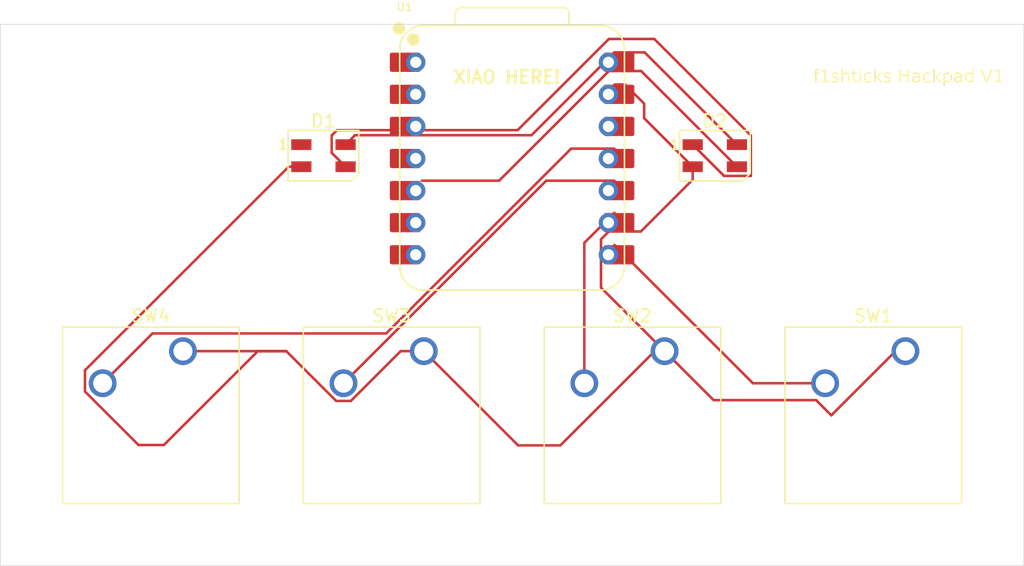
<source format=kicad_pcb>
(kicad_pcb (version 20241229) (generator "pcbnew") (generator_version "9.0")
  (layers (0 "F.Cu" signal) (2 "B.Cu" signal) (13 "F.Paste" user) (15 "B.Paste" user) (5 "F.SilkS" user "F.Silkscreen") (7 "B.SilkS" user "B.Silkscreen") (1 "F.Mask" user) (3 "B.Mask" user) (25 "Edge.Cuts" user))
  (net 0 "")
  (net 1 "+5V")
  (net 3 "Net-(D1-DIN)")
  (net 4 "GND")
  (net 5 "Net-(D2-DIN)")
  (net 6 "Net-(U1-GPIO1{slash}RX)")
  (net 7 "Net-(U1-GPIO2{slash}SCK)")
  (net 8 "Net-(U1-GPIO4{slash}MISO)")
  (net 9 "Net-(U1-GPIO3{slash}MOSI)")
  (footprint "Button_Switch_Keyboard:SW_Cherry_MX_1.00u_PCB" (layer "F.Cu") (at 181.13375 109.22)
    (property "Reference" "SW1" (at -2.54 -2.794 0) (layer "F.SilkS"))
    (property "Value" "SW_Push")
    (fp_line (start -9.525 -1.905) (end 4.445 -1.905) (stroke (width 0.12)) (layer "F.SilkS"))
    (fp_line (start -9.525 12.065) (end -9.525 -1.905) (stroke (width 0.12)) (layer "F.SilkS"))
    (fp_line (start 4.445 -1.905) (end 4.445 12.065) (stroke (width 0.12)) (layer "F.SilkS"))
    (fp_line (start 4.445 12.065) (end -9.525 12.065) (stroke (width 0.12)) (layer "F.SilkS"))
    (pad "" np_thru_hole circle (at -7.62 5.08) (size 1.7 1.7) (drill 1.7) (layers "*.Cu" "*.Mask"))
    (pad "" np_thru_hole circle (at -2.54 5.08) (size 4 4) (drill 4) (layers "*.Cu" "*.Mask"))
    (pad "" np_thru_hole circle (at 2.54 5.08) (size 1.7 1.7) (drill 1.7) (layers "*.Cu" "*.Mask"))
    (pad "1" thru_hole circle (at 0 0) (size 2.2 2.2) (drill 1.5) (layers "*.Cu" "*.Mask") (net 4 "GND"))
    (pad "2" thru_hole circle (at -6.35 2.54) (size 2.2 2.2) (drill 1.5) (layers "*.Cu" "*.Mask") (net 6 "Net-(U1-GPIO1{slash}RX)"))
  )
  (footprint "Button_Switch_Keyboard:SW_Cherry_MX_1.00u_PCB" (layer "F.Cu") (at 143.03375 109.22)
    (property "Reference" "SW3" (at -2.54 -2.794 0) (layer "F.SilkS"))
    (property "Value" "SW_Push")
    (fp_line (start -9.525 -1.905) (end 4.445 -1.905) (stroke (width 0.12)) (layer "F.SilkS"))
    (fp_line (start -9.525 12.065) (end -9.525 -1.905) (stroke (width 0.12)) (layer "F.SilkS"))
    (fp_line (start 4.445 -1.905) (end 4.445 12.065) (stroke (width 0.12)) (layer "F.SilkS"))
    (fp_line (start 4.445 12.065) (end -9.525 12.065) (stroke (width 0.12)) (layer "F.SilkS"))
    (pad "" np_thru_hole circle (at -7.62 5.08) (size 1.7 1.7) (drill 1.7) (layers "*.Cu" "*.Mask"))
    (pad "" np_thru_hole circle (at -2.54 5.08) (size 4 4) (drill 4) (layers "*.Cu" "*.Mask"))
    (pad "" np_thru_hole circle (at 2.54 5.08) (size 1.7 1.7) (drill 1.7) (layers "*.Cu" "*.Mask"))
    (pad "1" thru_hole circle (at 0 0) (size 2.2 2.2) (drill 1.5) (layers "*.Cu" "*.Mask") (net 4 "GND"))
    (pad "2" thru_hole circle (at -6.35 2.54) (size 2.2 2.2) (drill 1.5) (layers "*.Cu" "*.Mask") (net 8 "Net-(U1-GPIO4{slash}MISO)"))
  )
  (footprint "LED_SMD:LED_SK6812MINI_PLCC4_3.5x3.5mm_P1.75mm" (layer "F.Cu") (at 135.1 93.74375)
    (property "Reference" "D1" (at 0 -2.75 0) (layer "F.SilkS"))
    (property "Value" "SK6812MINI")
    (fp_line (start -2.8 -2) (end -2.8 2) (stroke (width 0.12)) (layer "F.SilkS"))
    (fp_line (start -2.8 -2) (end 2.8 -2) (stroke (width 0.12)) (layer "F.SilkS"))
    (fp_line (start -2.8 2) (end 2.2 2) (stroke (width 0.12)) (layer "F.SilkS"))
    (fp_line (start 2.8 1.4) (end 2.2 2) (stroke (width 0.12)) (layer "F.SilkS"))
    (fp_line (start 2.8 1.4) (end 2.8 -2) (stroke (width 0.12)) (layer "F.SilkS"))
    (fp_text user "1" (at -3.2 -0.875 0) (layer "F.SilkS") (effects (font (size 0.8 0.8))))
    (pad "1" smd rect (at -1.75 -0.875) (size 1.6 0.85) (layers "F.Cu" "F.Mask" "F.Paste"))
    (pad "2" smd rect (at -1.75 0.875) (size 1.6 0.85) (layers "F.Cu" "F.Mask" "F.Paste") (net 4 "GND"))
    (pad "3" smd rect (at 1.75 0.875) (size 1.6 0.85) (layers "F.Cu" "F.Mask" "F.Paste") (net 3 "Net-(D1-DIN)"))
    (pad "4" smd rect (at 1.75 -0.875) (size 1.6 0.85) (layers "F.Cu" "F.Mask" "F.Paste") (net 1 "+5V"))
  )
  (footprint "LED_SMD:LED_SK6812MINI_PLCC4_3.5x3.5mm_P1.75mm" (layer "F.Cu") (at 166.05625 93.74375)
    (property "Reference" "D2" (at 0 -2.75 0) (layer "F.SilkS"))
    (property "Value" "SK6812MINI")
    (fp_line (start -2.8 -2) (end -2.8 2) (stroke (width 0.12)) (layer "F.SilkS"))
    (fp_line (start -2.8 -2) (end 2.8 -2) (stroke (width 0.12)) (layer "F.SilkS"))
    (fp_line (start -2.8 2) (end 2.2 2) (stroke (width 0.12)) (layer "F.SilkS"))
    (fp_line (start 2.8 1.4) (end 2.2 2) (stroke (width 0.12)) (layer "F.SilkS"))
    (fp_line (start 2.8 1.4) (end 2.8 -2) (stroke (width 0.12)) (layer "F.SilkS"))
    (fp_text user "1" (at -3.2 -0.875 0) (layer "F.SilkS") (effects (font (size 0.8 0.8))))
    (pad "1" smd rect (at -1.75 -0.875) (size 1.6 0.85) (layers "F.Cu" "F.Mask" "F.Paste") (net 3 "Net-(D1-DIN)"))
    (pad "2" smd rect (at -1.75 0.875) (size 1.6 0.85) (layers "F.Cu" "F.Mask" "F.Paste") (net 4 "GND"))
    (pad "3" smd rect (at 1.75 0.875) (size 1.6 0.85) (layers "F.Cu" "F.Mask" "F.Paste") (net 5 "Net-(D2-DIN)"))
    (pad "4" smd rect (at 1.75 -0.875) (size 1.6 0.85) (layers "F.Cu" "F.Mask" "F.Paste") (net 1 "+5V"))
  )
  (footprint "Button_Switch_Keyboard:SW_Cherry_MX_1.00u_PCB" (layer "F.Cu") (at 123.98375 109.22)
    (property "Reference" "SW4" (at -2.54 -2.794 0) (layer "F.SilkS"))
    (property "Value" "SW_Push")
    (fp_line (start -9.525 -1.905) (end 4.445 -1.905) (stroke (width 0.12)) (layer "F.SilkS"))
    (fp_line (start -9.525 12.065) (end -9.525 -1.905) (stroke (width 0.12)) (layer "F.SilkS"))
    (fp_line (start 4.445 -1.905) (end 4.445 12.065) (stroke (width 0.12)) (layer "F.SilkS"))
    (fp_line (start 4.445 12.065) (end -9.525 12.065) (stroke (width 0.12)) (layer "F.SilkS"))
    (pad "" np_thru_hole circle (at -7.62 5.08) (size 1.7 1.7) (drill 1.7) (layers "*.Cu" "*.Mask"))
    (pad "" np_thru_hole circle (at -2.54 5.08) (size 4 4) (drill 4) (layers "*.Cu" "*.Mask"))
    (pad "" np_thru_hole circle (at 2.54 5.08) (size 1.7 1.7) (drill 1.7) (layers "*.Cu" "*.Mask"))
    (pad "1" thru_hole circle (at 0 0) (size 2.2 2.2) (drill 1.5) (layers "*.Cu" "*.Mask") (net 4 "GND"))
    (pad "2" thru_hole circle (at -6.35 2.54) (size 2.2 2.2) (drill 1.5) (layers "*.Cu" "*.Mask") (net 9 "Net-(U1-GPIO3{slash}MOSI)"))
  )
  (footprint "Button_Switch_Keyboard:SW_Cherry_MX_1.00u_PCB" (layer "F.Cu") (at 162.08375 109.22)
    (property "Reference" "SW2" (at -2.54 -2.794 0) (layer "F.SilkS"))
    (property "Value" "SW_Push")
    (fp_line (start -9.525 -1.905) (end 4.445 -1.905) (stroke (width 0.12)) (layer "F.SilkS"))
    (fp_line (start -9.525 12.065) (end -9.525 -1.905) (stroke (width 0.12)) (layer "F.SilkS"))
    (fp_line (start 4.445 -1.905) (end 4.445 12.065) (stroke (width 0.12)) (layer "F.SilkS"))
    (fp_line (start 4.445 12.065) (end -9.525 12.065) (stroke (width 0.12)) (layer "F.SilkS"))
    (pad "" np_thru_hole circle (at -7.62 5.08) (size 1.7 1.7) (drill 1.7) (layers "*.Cu" "*.Mask"))
    (pad "" np_thru_hole circle (at -2.54 5.08) (size 4 4) (drill 4) (layers "*.Cu" "*.Mask"))
    (pad "" np_thru_hole circle (at 2.54 5.08) (size 1.7 1.7) (drill 1.7) (layers "*.Cu" "*.Mask"))
    (pad "1" thru_hole circle (at 0 0) (size 2.2 2.2) (drill 1.5) (layers "*.Cu" "*.Mask") (net 4 "GND"))
    (pad "2" thru_hole circle (at -6.35 2.54) (size 2.2 2.2) (drill 1.5) (layers "*.Cu" "*.Mask") (net 7 "Net-(U1-GPIO2{slash}SCK)"))
  )
  (footprint "Seeed Studio XIAO Series Library:XIAO-RP2040-DIP" (layer "F.Cu") (at 150.01875 93.9685)
    (property "Reference" "U1" (at -8.5 -12 0) (layer "F.SilkS") (effects (font (size 0.635 0.635) (thickness 0.1016))))
    (property "Value" "XIAO-RP2040-DIP")
    (fp_line (start -8.89 8.509) (end -8.89 -8.636) (stroke (width 0.127)) (layer "F.SilkS"))
    (fp_line (start -6.985 10.414) (end 6.985 10.414) (stroke (width 0.127)) (layer "F.SilkS"))
    (fp_line (start -4.495 -10.541) (end -4.491272 -11.451272) (stroke (width 0.127)) (layer "F.SilkS"))
    (fp_line (start -3.991272 -11.951) (end 4.004 -11.951) (stroke (width 0.127)) (layer "F.SilkS"))
    (fp_line (start 4.504 -11.451) (end 4.504 -10.541) (stroke (width 0.127)) (layer "F.SilkS"))
    (fp_line (start 6.985 -10.541) (end -6.985 -10.541) (stroke (width 0.1)) (layer "F.SilkS"))
    (fp_line (start 6.985 -10.541) (end -6.985 -10.541) (stroke (width 0.127)) (layer "F.SilkS"))
    (fp_line (start 8.89 8.509) (end 8.89 -8.636) (stroke (width 0.127)) (layer "F.SilkS"))
    (fp_arc (start -8.89 -8.636) (mid -8.332038 -9.983038) (end -6.985 -10.541) (stroke (width 0.127)) (layer "F.SilkS"))
    (fp_arc (start -6.985 10.414) (mid -8.332038 9.856038) (end -8.89 8.509) (stroke (width 0.127)) (layer "F.SilkS"))
    (fp_arc (start -4.491272 -11.451272) (mid -4.344728 -11.80464) (end -3.991272 -11.951) (stroke (width 0.127)) (layer "F.SilkS"))
    (fp_arc (start 4.004 -11.951) (mid 4.357553 -11.804553) (end 4.504 -11.451) (stroke (width 0.127)) (layer "F.SilkS"))
    (fp_arc (start 6.985 -10.541) (mid 8.332038 -9.983038) (end 8.89 -8.636) (stroke (width 0.127)) (layer "F.SilkS"))
    (fp_arc (start 8.89 8.509) (mid 8.332038 9.856038) (end 6.985 10.414) (stroke (width 0.127)) (layer "F.SilkS"))
    (fp_circle (center -8.95 -10.3) (end -8.95 -10.554) (stroke (width 0.5)) (fill yes) (layer "F.SilkS"))
    (fp_circle (center -7.807 -9.42) (end -7.807 -9.674) (stroke (width 0.5)) (fill yes) (layer "F.SilkS"))
    (pad "1" smd roundrect (at -8.455 -7.62 180) (size 2.432 1.524) (layers "F.Cu" "F.Mask") (roundrect_rratio 0.1))
    (pad "1" thru_hole circle (at -7.62 -7.62 180) (size 1.524 1.524) (drill 0.889) (layers "*.Cu" "*.Mask"))
    (pad "2" smd roundrect (at -8.455 -5.08 180) (size 2.432 1.524) (layers "F.Cu" "F.Mask") (roundrect_rratio 0.1))
    (pad "2" thru_hole circle (at -7.62 -5.08 180) (size 1.524 1.524) (drill 0.889) (layers "*.Cu" "*.Mask"))
    (pad "3" smd roundrect (at -8.455 -2.54 180) (size 2.432 1.524) (layers "F.Cu" "F.Mask") (roundrect_rratio 0.1))
    (pad "3" thru_hole circle (at -7.62 -2.54 180) (size 1.524 1.524) (drill 0.889) (layers "*.Cu" "*.Mask"))
    (pad "4" smd roundrect (at -8.455 0 180) (size 2.432 1.524) (layers "F.Cu" "F.Mask") (roundrect_rratio 0.1))
    (pad "4" thru_hole circle (at -7.62 0 180) (size 1.524 1.524) (drill 0.889) (layers "*.Cu" "*.Mask"))
    (pad "5" smd roundrect (at -8.455 2.54 180) (size 2.432 1.524) (layers "F.Cu" "F.Mask") (roundrect_rratio 0.1) (net 5 "Net-(D2-DIN)"))
    (pad "5" thru_hole circle (at -7.62 2.54 180) (size 1.524 1.524) (drill 0.889) (layers "*.Cu" "*.Mask") (net 5 "Net-(D2-DIN)"))
    (pad "6" smd roundrect (at -8.455 5.08 180) (size 2.432 1.524) (layers "F.Cu" "F.Mask") (roundrect_rratio 0.1))
    (pad "6" thru_hole circle (at -7.62 5.08 180) (size 1.524 1.524) (drill 0.889) (layers "*.Cu" "*.Mask"))
    (pad "7" smd roundrect (at -8.455 7.62 180) (size 2.432 1.524) (layers "F.Cu" "F.Mask") (roundrect_rratio 0.1))
    (pad "7" thru_hole circle (at -7.62 7.62 180) (size 1.524 1.524) (drill 0.889) (layers "*.Cu" "*.Mask"))
    (pad "8" thru_hole circle (at 7.62 7.62) (size 1.524 1.524) (drill 0.889) (layers "*.Cu" "*.Mask") (net 6 "Net-(U1-GPIO1{slash}RX)"))
    (pad "8" smd roundrect (at 8.455 7.62) (size 2.432 1.524) (layers "F.Cu" "F.Mask") (roundrect_rratio 0.1) (net 6 "Net-(U1-GPIO1{slash}RX)"))
    (pad "9" thru_hole circle (at 7.62 5.08) (size 1.524 1.524) (drill 0.889) (layers "*.Cu" "*.Mask") (net 7 "Net-(U1-GPIO2{slash}SCK)"))
    (pad "9" smd roundrect (at 8.455 5.08) (size 2.432 1.524) (layers "F.Cu" "F.Mask") (roundrect_rratio 0.1) (net 7 "Net-(U1-GPIO2{slash}SCK)"))
    (pad "10" thru_hole circle (at 7.62 2.54) (size 1.524 1.524) (drill 0.889) (layers "*.Cu" "*.Mask") (net 8 "Net-(U1-GPIO4{slash}MISO)"))
    (pad "10" smd roundrect (at 8.455 2.54) (size 2.432 1.524) (layers "F.Cu" "F.Mask") (roundrect_rratio 0.1) (net 8 "Net-(U1-GPIO4{slash}MISO)"))
    (pad "11" thru_hole circle (at 7.62 0) (size 1.524 1.524) (drill 0.889) (layers "*.Cu" "*.Mask") (net 9 "Net-(U1-GPIO3{slash}MOSI)"))
    (pad "11" smd roundrect (at 8.455 0) (size 2.432 1.524) (layers "F.Cu" "F.Mask") (roundrect_rratio 0.1) (net 9 "Net-(U1-GPIO3{slash}MOSI)"))
    (pad "12" thru_hole circle (at 7.62 -2.54) (size 1.524 1.524) (drill 0.889) (layers "*.Cu" "*.Mask"))
    (pad "12" smd roundrect (at 8.455 -2.54) (size 2.432 1.524) (layers "F.Cu" "F.Mask") (roundrect_rratio 0.1))
    (pad "13" thru_hole circle (at 7.62 -5.08) (size 1.524 1.524) (drill 0.889) (layers "*.Cu" "*.Mask") (net 4 "GND"))
    (pad "13" smd roundrect (at 8.455 -5.08) (size 2.432 1.524) (layers "F.Cu" "F.Mask") (roundrect_rratio 0.1) (net 4 "GND"))
    (pad "14" thru_hole circle (at 7.62 -7.62) (size 1.524 1.524) (drill 0.889) (layers "*.Cu" "*.Mask") (net 1 "+5V"))
    (pad "14" smd roundrect (at 8.455 -7.62) (size 2.432 1.524) (layers "F.Cu" "F.Mask") (roundrect_rratio 0.1) (net 1 "+5V"))
  )
  (gr_rect (start 109.5375 83.34375) (end 190.5 126.20625) (stroke (width 0.05)) (fill no) (layer "Edge.Cuts"))
  (gr_text "XIAO HERE!" (at 145.25625 88.10625 0) (layer "F.SilkS") (effects (font (size 1 1) (thickness 0.2) (bold yes)) (justify left bottom)))
  (gr_text "f1shticks Hackpad V1" (at 173.83125 88.10625 0) (layer "F.SilkS") (effects (font (size 1 1) (thickness 0.15) (italic yes)) (justify left bottom)))
  (segment (start 136.85 92.86875) (end 137.5955 92.12325) (width 0.2) (layer "F.Cu") (net 1))
  (segment (start 167.80625 92.86875) (end 160.50375 85.56625) (width 0.2) (layer "F.Cu") (net 1))
  (segment (start 137.5955 92.12325) (end 151.558 92.12325) (width 0.2) (layer "F.Cu") (net 1))
  (segment (start 151.558 92.12325) (end 158.115 85.56625) (width 0.2) (layer "F.Cu") (net 1))
  (segment (start 160.50375 85.56625) (end 158.115 85.56625) (width 0.2) (layer "F.Cu") (net 1))
  (segment (start 135.749 93.51775) (end 136.85 94.61875) (width 0.2) (layer "F.Cu") (net 3))
  (segment (start 168.90725 92.14275) (end 161.26775 84.50325) (width 0.2) (layer "F.Cu") (net 3))
  (segment (start 150.45569 91.72225) (end 136.1695 91.72225) (width 0.2) (layer "F.Cu") (net 3))
  (segment (start 136.1695 91.72225) (end 135.749 92.14275) (width 0.2) (layer "F.Cu") (net 3))
  (segment (start 135.749 92.14275) (end 135.749 93.51775) (width 0.2) (layer "F.Cu") (net 3))
  (segment (start 157.67469 84.50325) (end 150.45569 91.72225) (width 0.2) (layer "F.Cu") (net 3))
  (segment (start 166.78225 95.34475) (end 168.90725 95.34475) (width 0.2) (layer "F.Cu") (net 3))
  (segment (start 161.26775 84.50325) (end 157.67469 84.50325) (width 0.2) (layer "F.Cu") (net 3))
  (segment (start 164.30625 92.86875) (end 166.78225 95.34475) (width 0.2) (layer "F.Cu") (net 3))
  (segment (start 168.90725 95.34475) (end 168.90725 92.14275) (width 0.2) (layer "F.Cu") (net 3))
  (segment (start 164.30625 95.642626) (end 160.205626 99.74325) (width 0.2) (layer "F.Cu") (net 4))
  (segment (start 164.30625 94.61875) (end 160.467 90.7795) (width 0.2) (layer "F.Cu") (net 4))
  (segment (start 141.205064 109.22) (end 137.264064 113.161) (width 0.2) (layer "F.Cu") (net 4))
  (segment (start 157.052 104.18825) (end 162.08375 109.22) (width 0.2) (layer "F.Cu") (net 4))
  (segment (start 158.95 88.10625) (end 158.115 88.10625) (width 0.2) (layer "F.Cu") (net 4))
  (segment (start 165.96275 113.099) (end 174.067934 113.099) (width 0.2) (layer "F.Cu") (net 4))
  (segment (start 120.469934 116.651) (end 122.47428 116.651) (width 0.2) (layer "F.Cu") (net 4))
  (segment (start 174.067934 113.099) (end 175.268934 114.3) (width 0.2) (layer "F.Cu") (net 4))
  (segment (start 160.467 89.62325) (end 158.95 88.10625) (width 0.2) (layer "F.Cu") (net 4))
  (segment (start 175.268934 114.3) (end 180.348934 109.22) (width 0.2) (layer "F.Cu") (net 4))
  (segment (start 116.23275 112.413816) (end 120.469934 116.651) (width 0.2) (layer "F.Cu") (net 4))
  (segment (start 143.03375 109.22) (end 141.205064 109.22) (width 0.2) (layer "F.Cu") (net 4))
  (segment (start 164.30625 94.61875) (end 164.30625 95.642626) (width 0.2) (layer "F.Cu") (net 4))
  (segment (start 180.348934 109.22) (end 181.13375 109.22) (width 0.2) (layer "F.Cu") (net 4))
  (segment (start 160.467 90.7795) (end 160.467 89.62325) (width 0.2) (layer "F.Cu") (net 4))
  (segment (start 157.67469 99.74325) (end 157.052 100.36594) (width 0.2) (layer "F.Cu") (net 4))
  (segment (start 137.264064 113.161) (end 136.103436 113.161) (width 0.2) (layer "F.Cu") (net 4))
  (segment (start 132.162436 109.22) (end 123.98375 109.22) (width 0.2) (layer "F.Cu") (net 4))
  (segment (start 133.35 94.61875) (end 132.35 94.61875) (width 0.2) (layer "F.Cu") (net 4))
  (segment (start 160.205626 99.74325) (end 157.67469 99.74325) (width 0.2) (layer "F.Cu") (net 4))
  (segment (start 116.23275 110.736) (end 116.23275 112.413816) (width 0.2) (layer "F.Cu") (net 4))
  (segment (start 162.08375 109.22) (end 165.96275 113.099) (width 0.2) (layer "F.Cu") (net 4))
  (segment (start 132.35 94.61875) (end 116.23275 110.736) (width 0.2) (layer "F.Cu") (net 4))
  (segment (start 161.298934 109.22) (end 162.08375 109.22) (width 0.2) (layer "F.Cu") (net 4))
  (segment (start 129.90528 109.22) (end 132.162436 109.22) (width 0.2) (layer "F.Cu") (net 4))
  (segment (start 150.495 116.68125) (end 153.837684 116.68125) (width 0.2) (layer "F.Cu") (net 4))
  (segment (start 122.47428 116.651) (end 129.90528 109.22) (width 0.2) (layer "F.Cu") (net 4))
  (segment (start 153.837684 116.68125) (end 161.298934 109.22) (width 0.2) (layer "F.Cu") (net 4))
  (segment (start 143.03375 109.22) (end 150.495 116.68125) (width 0.2) (layer "F.Cu") (net 4))
  (segment (start 136.103436 113.161) (end 132.162436 109.22) (width 0.2) (layer "F.Cu") (net 4))
  (segment (start 157.052 100.36594) (end 157.052 104.18825) (width 0.2) (layer "F.Cu") (net 4))
  (segment (start 160.23075 87.04325) (end 157.67469 87.04325) (width 0.2) (layer "F.Cu") (net 5))
  (segment (start 157.67469 87.04325) (end 148.99169 95.72625) (width 0.2) (layer "F.Cu") (net 5))
  (segment (start 167.80625 94.61875) (end 160.23075 87.04325) (width 0.2) (layer "F.Cu") (net 5))
  (segment (start 148.99169 95.72625) (end 142.875 95.72625) (width 0.2) (layer "F.Cu") (net 5))
  (segment (start 169.06875 111.76) (end 158.115 100.80625) (width 0.2) (layer "F.Cu") (net 6))
  (segment (start 174.78375 111.76) (end 169.06875 111.76) (width 0.2) (layer "F.Cu") (net 6))
  (segment (start 155.73375 100.6475) (end 158.115 98.26625) (width 0.2) (layer "F.Cu") (net 7))
  (segment (start 155.73375 111.76) (end 155.73375 100.6475) (width 0.2) (layer "F.Cu") (net 7))
  (segment (start 152.7175 95.72625) (end 158.115 95.72625) (width 0.2) (layer "F.Cu") (net 8))
  (segment (start 136.68375 111.76) (end 152.7175 95.72625) (width 0.2) (layer "F.Cu") (net 8))
  (segment (start 121.57475 107.819) (end 140.05765 107.819) (width 0.2) (layer "F.Cu") (net 9))
  (segment (start 140.05765 107.819) (end 154.6904 93.18625) (width 0.2) (layer "F.Cu") (net 9))
  (segment (start 154.6904 93.18625) (end 158.115 93.18625) (width 0.2) (layer "F.Cu") (net 9))
  (segment (start 117.63375 111.76) (end 121.57475 107.819) (width 0.2) (layer "F.Cu") (net 9))
)
</source>
